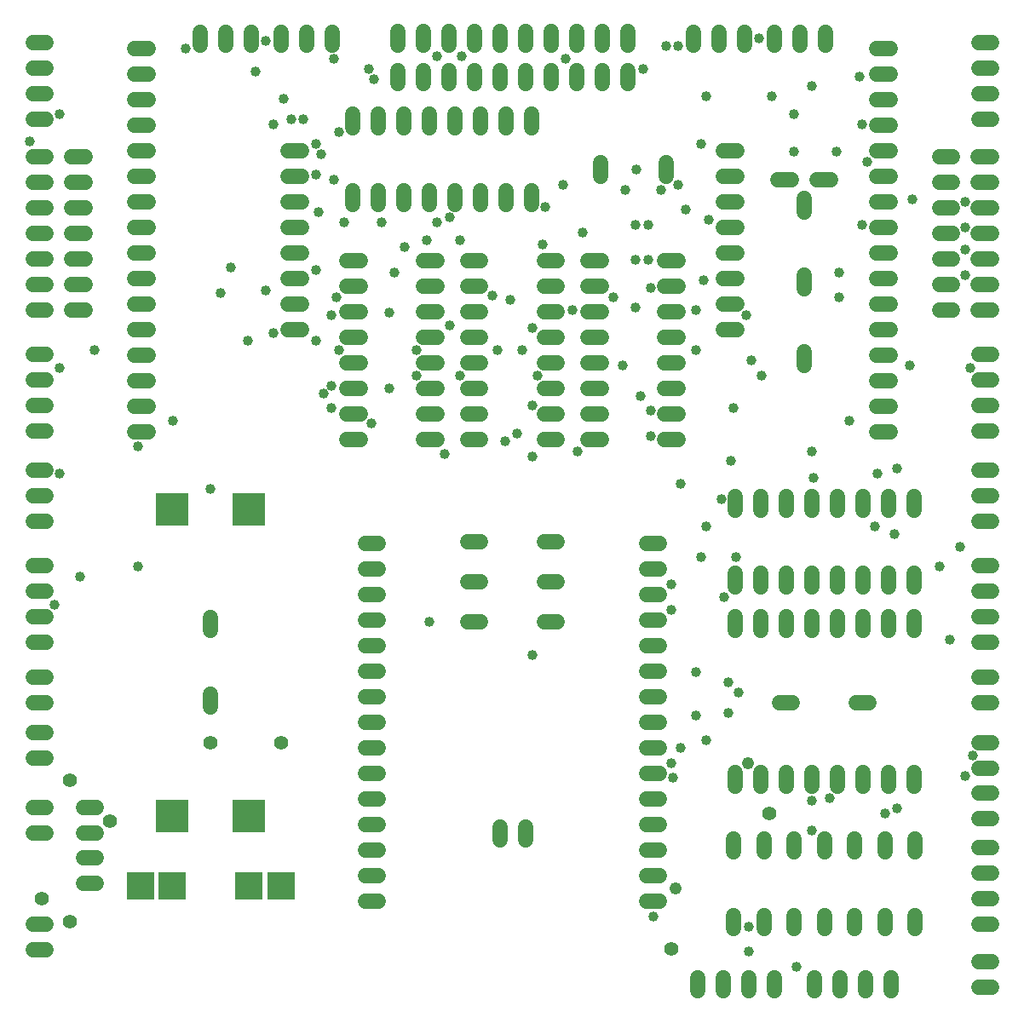
<source format=gbr>
G04 EAGLE Gerber RS-274X export*
G75*
%MOMM*%
%FSLAX34Y34*%
%LPD*%
%INSoldermask Bottom*%
%IPPOS*%
%AMOC8*
5,1,8,0,0,1.08239X$1,22.5*%
G01*
%ADD10C,1.524000*%
%ADD11R,2.703200X2.703200*%
%ADD12R,3.203200X3.203200*%
%ADD13C,1.009600*%
%ADD14C,1.409600*%
%ADD15C,1.209600*%


D10*
X386000Y938400D02*
X386000Y925192D01*
X386000Y963800D02*
X386000Y977008D01*
X411400Y938400D02*
X411400Y925192D01*
X411400Y963800D02*
X411400Y977008D01*
X436800Y938400D02*
X436800Y925192D01*
X436800Y963800D02*
X436800Y977008D01*
X462200Y938400D02*
X462200Y925192D01*
X462200Y963800D02*
X462200Y977008D01*
X487600Y938400D02*
X487600Y925192D01*
X487600Y963800D02*
X487600Y977008D01*
X513000Y938400D02*
X513000Y925192D01*
X513000Y963800D02*
X513000Y977008D01*
X538400Y938400D02*
X538400Y925192D01*
X538400Y963800D02*
X538400Y977008D01*
X563800Y938400D02*
X563800Y925192D01*
X563800Y963800D02*
X563800Y977008D01*
X589200Y938400D02*
X589200Y925192D01*
X589200Y963800D02*
X589200Y977008D01*
X614600Y938400D02*
X614600Y925192D01*
X614600Y963800D02*
X614600Y977008D01*
X75208Y700000D02*
X62000Y700000D01*
X36600Y700000D02*
X23392Y700000D01*
X62000Y725400D02*
X75208Y725400D01*
X36600Y725400D02*
X23392Y725400D01*
X62000Y750800D02*
X75208Y750800D01*
X36600Y750800D02*
X23392Y750800D01*
X62000Y776200D02*
X75208Y776200D01*
X36600Y776200D02*
X23392Y776200D01*
X62000Y801600D02*
X75208Y801600D01*
X36600Y801600D02*
X23392Y801600D01*
X62000Y827000D02*
X75208Y827000D01*
X36600Y827000D02*
X23392Y827000D01*
X62000Y852400D02*
X75208Y852400D01*
X36600Y852400D02*
X23392Y852400D01*
X963000Y700000D02*
X976208Y700000D01*
X937600Y700000D02*
X924392Y700000D01*
X963000Y725400D02*
X976208Y725400D01*
X937600Y725400D02*
X924392Y725400D01*
X963000Y750800D02*
X976208Y750800D01*
X937600Y750800D02*
X924392Y750800D01*
X963000Y776200D02*
X976208Y776200D01*
X937600Y776200D02*
X924392Y776200D01*
X963000Y801600D02*
X976208Y801600D01*
X937600Y801600D02*
X924392Y801600D01*
X963000Y827000D02*
X976208Y827000D01*
X937600Y827000D02*
X924392Y827000D01*
X963000Y852400D02*
X976208Y852400D01*
X937600Y852400D02*
X924392Y852400D01*
X290104Y858900D02*
X276896Y858900D01*
X276896Y833500D02*
X290104Y833500D01*
X290104Y808100D02*
X276896Y808100D01*
X276896Y782700D02*
X290104Y782700D01*
X290104Y757300D02*
X276896Y757300D01*
X276896Y731900D02*
X290104Y731900D01*
X290104Y706500D02*
X276896Y706500D01*
X276896Y681100D02*
X290104Y681100D01*
X137704Y579500D02*
X124496Y579500D01*
X124496Y604900D02*
X137704Y604900D01*
X137704Y630300D02*
X124496Y630300D01*
X124496Y655700D02*
X137704Y655700D01*
X137704Y681100D02*
X124496Y681100D01*
X124496Y706500D02*
X137704Y706500D01*
X137704Y731900D02*
X124496Y731900D01*
X124496Y757300D02*
X137704Y757300D01*
X137704Y782700D02*
X124496Y782700D01*
X124496Y808100D02*
X137704Y808100D01*
X137704Y833500D02*
X124496Y833500D01*
X124496Y858900D02*
X137704Y858900D01*
X137704Y884300D02*
X124496Y884300D01*
X124496Y909700D02*
X137704Y909700D01*
X137704Y935100D02*
X124496Y935100D01*
X124496Y960500D02*
X137704Y960500D01*
X709896Y681100D02*
X723104Y681100D01*
X723104Y706500D02*
X709896Y706500D01*
X709896Y731900D02*
X723104Y731900D01*
X723104Y757300D02*
X709896Y757300D01*
X709896Y782700D02*
X723104Y782700D01*
X723104Y808100D02*
X709896Y808100D01*
X709896Y833500D02*
X723104Y833500D01*
X723104Y858900D02*
X709896Y858900D01*
X862296Y960500D02*
X875504Y960500D01*
X875504Y935100D02*
X862296Y935100D01*
X862296Y909700D02*
X875504Y909700D01*
X875504Y884300D02*
X862296Y884300D01*
X862296Y858900D02*
X875504Y858900D01*
X875504Y833500D02*
X862296Y833500D01*
X862296Y808100D02*
X875504Y808100D01*
X875504Y782700D02*
X862296Y782700D01*
X862296Y757300D02*
X875504Y757300D01*
X875504Y731900D02*
X862296Y731900D01*
X862296Y706500D02*
X875504Y706500D01*
X875504Y681100D02*
X862296Y681100D01*
X862296Y655700D02*
X875504Y655700D01*
X875504Y630300D02*
X862296Y630300D01*
X862296Y604900D02*
X875504Y604900D01*
X875504Y579500D02*
X862296Y579500D01*
X366904Y467800D02*
X353696Y467800D01*
X353696Y442400D02*
X366904Y442400D01*
X366904Y417000D02*
X353696Y417000D01*
X353696Y391600D02*
X366904Y391600D01*
X366904Y366200D02*
X353696Y366200D01*
X353696Y340800D02*
X366904Y340800D01*
X366904Y315400D02*
X353696Y315400D01*
X353696Y290000D02*
X366904Y290000D01*
X366904Y264600D02*
X353696Y264600D01*
X353696Y239200D02*
X366904Y239200D01*
X366904Y213800D02*
X353696Y213800D01*
X353696Y188400D02*
X366904Y188400D01*
X366904Y163000D02*
X353696Y163000D01*
X353696Y137600D02*
X366904Y137600D01*
X366904Y112200D02*
X353696Y112200D01*
X633096Y112200D02*
X646304Y112200D01*
X646304Y137600D02*
X633096Y137600D01*
X633096Y163000D02*
X646304Y163000D01*
X646304Y188400D02*
X633096Y188400D01*
X633096Y213800D02*
X646304Y213800D01*
X646304Y239200D02*
X633096Y239200D01*
X633096Y264600D02*
X646304Y264600D01*
X646304Y290000D02*
X633096Y290000D01*
X633096Y315400D02*
X646304Y315400D01*
X646304Y340800D02*
X633096Y340800D01*
X633096Y366200D02*
X646304Y366200D01*
X646304Y391600D02*
X633096Y391600D01*
X633096Y417000D02*
X646304Y417000D01*
X646304Y442400D02*
X633096Y442400D01*
X633096Y467800D02*
X646304Y467800D01*
X348504Y748900D02*
X335296Y748900D01*
X335296Y723500D02*
X348504Y723500D01*
X348504Y596500D02*
X335296Y596500D01*
X335296Y571100D02*
X348504Y571100D01*
X348504Y698100D02*
X335296Y698100D01*
X335296Y672700D02*
X348504Y672700D01*
X348504Y621900D02*
X335296Y621900D01*
X335296Y647300D02*
X348504Y647300D01*
X411496Y571100D02*
X424704Y571100D01*
X424704Y596500D02*
X411496Y596500D01*
X411496Y621900D02*
X424704Y621900D01*
X424704Y647300D02*
X411496Y647300D01*
X411496Y672700D02*
X424704Y672700D01*
X424704Y698100D02*
X411496Y698100D01*
X411496Y723500D02*
X424704Y723500D01*
X424704Y748900D02*
X411496Y748900D01*
X455296Y748900D02*
X468504Y748900D01*
X468504Y723500D02*
X455296Y723500D01*
X455296Y596500D02*
X468504Y596500D01*
X468504Y571100D02*
X455296Y571100D01*
X455296Y698100D02*
X468504Y698100D01*
X468504Y672700D02*
X455296Y672700D01*
X455296Y621900D02*
X468504Y621900D01*
X468504Y647300D02*
X455296Y647300D01*
X531496Y571100D02*
X544704Y571100D01*
X544704Y596500D02*
X531496Y596500D01*
X531496Y621900D02*
X544704Y621900D01*
X544704Y647300D02*
X531496Y647300D01*
X531496Y672700D02*
X544704Y672700D01*
X544704Y698100D02*
X531496Y698100D01*
X531496Y723500D02*
X544704Y723500D01*
X544704Y748900D02*
X531496Y748900D01*
X518900Y881496D02*
X518900Y894704D01*
X493500Y894704D02*
X493500Y881496D01*
X366500Y881496D02*
X366500Y894704D01*
X341100Y894704D02*
X341100Y881496D01*
X468100Y881496D02*
X468100Y894704D01*
X442700Y894704D02*
X442700Y881496D01*
X391900Y881496D02*
X391900Y894704D01*
X417300Y894704D02*
X417300Y881496D01*
X341100Y818504D02*
X341100Y805296D01*
X366500Y805296D02*
X366500Y818504D01*
X391900Y818504D02*
X391900Y805296D01*
X417300Y805296D02*
X417300Y818504D01*
X442700Y818504D02*
X442700Y805296D01*
X468100Y805296D02*
X468100Y818504D01*
X493500Y818504D02*
X493500Y805296D01*
X518900Y805296D02*
X518900Y818504D01*
X575296Y748900D02*
X588504Y748900D01*
X588504Y723500D02*
X575296Y723500D01*
X575296Y596500D02*
X588504Y596500D01*
X588504Y571100D02*
X575296Y571100D01*
X575296Y698100D02*
X588504Y698100D01*
X588504Y672700D02*
X575296Y672700D01*
X575296Y621900D02*
X588504Y621900D01*
X588504Y647300D02*
X575296Y647300D01*
X651496Y571100D02*
X664704Y571100D01*
X664704Y596500D02*
X651496Y596500D01*
X651496Y621900D02*
X664704Y621900D01*
X664704Y647300D02*
X651496Y647300D01*
X651496Y672700D02*
X664704Y672700D01*
X664704Y698100D02*
X651496Y698100D01*
X651496Y723500D02*
X664704Y723500D01*
X664704Y748900D02*
X651496Y748900D01*
X721100Y438504D02*
X721100Y425296D01*
X746500Y425296D02*
X746500Y438504D01*
X873500Y438504D02*
X873500Y425296D01*
X898900Y425296D02*
X898900Y438504D01*
X771900Y438504D02*
X771900Y425296D01*
X797300Y425296D02*
X797300Y438504D01*
X848100Y438504D02*
X848100Y425296D01*
X822700Y425296D02*
X822700Y438504D01*
X898900Y501496D02*
X898900Y514704D01*
X873500Y514704D02*
X873500Y501496D01*
X848100Y501496D02*
X848100Y514704D01*
X822700Y514704D02*
X822700Y501496D01*
X797300Y501496D02*
X797300Y514704D01*
X771900Y514704D02*
X771900Y501496D01*
X746500Y501496D02*
X746500Y514704D01*
X721100Y514704D02*
X721100Y501496D01*
X487300Y186604D02*
X487300Y173396D01*
X512700Y173396D02*
X512700Y186604D01*
X36604Y280000D02*
X23396Y280000D01*
X23396Y254600D02*
X36604Y254600D01*
X73396Y180000D02*
X86604Y180000D01*
X86604Y205400D02*
X73396Y205400D01*
X73396Y130000D02*
X86604Y130000D01*
X86604Y155400D02*
X73396Y155400D01*
X963396Y270000D02*
X976604Y270000D01*
X976604Y244600D02*
X963396Y244600D01*
X963396Y220000D02*
X976604Y220000D01*
X976604Y194600D02*
X963396Y194600D01*
X36604Y310000D02*
X23396Y310000D01*
X23396Y335400D02*
X36604Y335400D01*
X963396Y310000D02*
X976604Y310000D01*
X976604Y335400D02*
X963396Y335400D01*
D11*
X161900Y127950D03*
X238100Y127950D03*
X130150Y127950D03*
X269850Y127950D03*
D10*
X36604Y180000D02*
X23396Y180000D01*
X23396Y205400D02*
X36604Y205400D01*
X36604Y90000D02*
X23396Y90000D01*
X23396Y64600D02*
X36604Y64600D01*
D12*
X238100Y197600D03*
X161900Y197600D03*
X161900Y502400D03*
X238100Y502400D03*
D10*
X36604Y580000D02*
X23396Y580000D01*
X23396Y605400D02*
X36604Y605400D01*
X36604Y630800D02*
X23396Y630800D01*
X23396Y656200D02*
X36604Y656200D01*
X963396Y580000D02*
X976604Y580000D01*
X976604Y605400D02*
X963396Y605400D01*
X963396Y630800D02*
X976604Y630800D01*
X976604Y656200D02*
X963396Y656200D01*
X36604Y890000D02*
X23396Y890000D01*
X23396Y915400D02*
X36604Y915400D01*
X36604Y940800D02*
X23396Y940800D01*
X23396Y966200D02*
X36604Y966200D01*
X800000Y36604D02*
X800000Y23396D01*
X825400Y23396D02*
X825400Y36604D01*
X850800Y36604D02*
X850800Y23396D01*
X876200Y23396D02*
X876200Y36604D01*
X963396Y890000D02*
X976604Y890000D01*
X976604Y915400D02*
X963396Y915400D01*
X963396Y940800D02*
X976604Y940800D01*
X976604Y966200D02*
X963396Y966200D01*
X963396Y90000D02*
X976604Y90000D01*
X976604Y115400D02*
X963396Y115400D01*
X963396Y140800D02*
X976604Y140800D01*
X976604Y166200D02*
X963396Y166200D01*
X760000Y36604D02*
X760000Y23396D01*
X734600Y23396D02*
X734600Y36604D01*
X709200Y36604D02*
X709200Y23396D01*
X683800Y23396D02*
X683800Y36604D01*
X721100Y227196D02*
X721100Y240404D01*
X721100Y382136D02*
X721100Y395344D01*
X746500Y240404D02*
X746500Y227196D01*
X771900Y227196D02*
X771900Y240404D01*
X797300Y240404D02*
X797300Y227196D01*
X822700Y227196D02*
X822700Y240404D01*
X848100Y240404D02*
X848100Y227196D01*
X873500Y227196D02*
X873500Y240404D01*
X898900Y240404D02*
X898900Y227196D01*
X746500Y382136D02*
X746500Y395344D01*
X771900Y395344D02*
X771900Y382136D01*
X797300Y382136D02*
X797300Y395344D01*
X822700Y395344D02*
X822700Y382136D01*
X848100Y382136D02*
X848100Y395344D01*
X873500Y395344D02*
X873500Y382136D01*
X898900Y382136D02*
X898900Y395344D01*
X190000Y963396D02*
X190000Y976604D01*
X215400Y976604D02*
X215400Y963396D01*
X240800Y963396D02*
X240800Y976604D01*
X270000Y976604D02*
X270000Y963396D01*
X295400Y963396D02*
X295400Y976604D01*
X320800Y976604D02*
X320800Y963396D01*
X680000Y963396D02*
X680000Y976604D01*
X705400Y976604D02*
X705400Y963396D01*
X730800Y963396D02*
X730800Y976604D01*
X760000Y976604D02*
X760000Y963396D01*
X785400Y963396D02*
X785400Y976604D01*
X810800Y976604D02*
X810800Y963396D01*
X963396Y27300D02*
X976604Y27300D01*
X976604Y52700D02*
X963396Y52700D01*
X587488Y833396D02*
X587488Y846604D01*
X652512Y846604D02*
X652512Y833396D01*
X810000Y98504D02*
X810000Y85296D01*
X810000Y161496D02*
X810000Y174704D01*
X840000Y98504D02*
X840000Y85296D01*
X840000Y161496D02*
X840000Y174704D01*
X870000Y98504D02*
X870000Y85296D01*
X870000Y161496D02*
X870000Y174704D01*
X468504Y470000D02*
X455296Y470000D01*
X531496Y470000D02*
X544704Y470000D01*
X900000Y98504D02*
X900000Y85296D01*
X900000Y161496D02*
X900000Y174704D01*
X544704Y430000D02*
X531496Y430000D01*
X468504Y430000D02*
X455296Y430000D01*
X200000Y394704D02*
X200000Y381496D01*
X200000Y318504D02*
X200000Y305296D01*
X780000Y174704D02*
X780000Y161496D01*
X780000Y98504D02*
X780000Y85296D01*
X750000Y161496D02*
X750000Y174704D01*
X750000Y98504D02*
X750000Y85296D01*
X720000Y85296D02*
X720000Y98504D01*
X720000Y161496D02*
X720000Y174704D01*
X36604Y370000D02*
X23396Y370000D01*
X23396Y395400D02*
X36604Y395400D01*
X36604Y420800D02*
X23396Y420800D01*
X23396Y446200D02*
X36604Y446200D01*
X455296Y390000D02*
X468504Y390000D01*
X531496Y390000D02*
X544704Y390000D01*
X963396Y370000D02*
X976604Y370000D01*
X976604Y395400D02*
X963396Y395400D01*
X963396Y420800D02*
X976604Y420800D01*
X976604Y446200D02*
X963396Y446200D01*
X854704Y310000D02*
X841496Y310000D01*
X778504Y310000D02*
X765296Y310000D01*
X764092Y830000D02*
X777300Y830000D01*
X790000Y810950D02*
X790000Y797742D01*
X802700Y830000D02*
X815908Y830000D01*
X790000Y658504D02*
X790000Y645296D01*
X790000Y721496D02*
X790000Y734704D01*
X36604Y490000D02*
X23396Y490000D01*
X23396Y515400D02*
X36604Y515400D01*
X36604Y540800D02*
X23396Y540800D01*
X963396Y490000D02*
X976604Y490000D01*
X976604Y515400D02*
X963396Y515400D01*
X963396Y540800D02*
X976604Y540800D01*
D13*
X945000Y465000D03*
X925000Y445000D03*
X437500Y685000D03*
X437500Y792500D03*
D14*
X200000Y270000D03*
X270000Y270000D03*
D13*
X50000Y537500D03*
X50000Y642500D03*
X682500Y340000D03*
X682500Y297500D03*
X565000Y560000D03*
X637500Y575000D03*
X707500Y512500D03*
D15*
X662500Y125000D03*
X734000Y250000D03*
D13*
X862500Y537500D03*
X370000Y787500D03*
X425000Y787500D03*
X305000Y865000D03*
X732500Y695000D03*
X360000Y587500D03*
X532500Y802500D03*
X305000Y835000D03*
X695000Y790000D03*
X332500Y787500D03*
X382500Y737500D03*
X672500Y800000D03*
X307500Y797500D03*
X480000Y715000D03*
X690000Y730000D03*
X600000Y712500D03*
X497500Y710000D03*
X530000Y765000D03*
X310000Y855000D03*
X550000Y825000D03*
X305000Y740000D03*
X447500Y635000D03*
X505000Y577500D03*
X720000Y602500D03*
X200000Y522500D03*
X162500Y590000D03*
X520000Y357500D03*
X520000Y605000D03*
X520000Y555000D03*
X637500Y600000D03*
X797500Y560000D03*
X392500Y762500D03*
X405000Y635000D03*
X405000Y660000D03*
X485000Y660000D03*
X415000Y770000D03*
X667500Y265000D03*
X667500Y527500D03*
X799000Y533000D03*
X525000Y635000D03*
X627500Y615000D03*
X377500Y622500D03*
X377500Y697500D03*
X630000Y940000D03*
X687500Y455000D03*
X127500Y445000D03*
X127500Y565000D03*
X935000Y372500D03*
X880000Y477500D03*
D14*
X755000Y200000D03*
D13*
X870000Y200000D03*
X717500Y550000D03*
X692500Y272500D03*
D14*
X657500Y65000D03*
X60000Y92500D03*
X60000Y232500D03*
D13*
X815000Y215000D03*
X957500Y257500D03*
X735000Y62500D03*
X735000Y87500D03*
X640000Y97500D03*
X657500Y427500D03*
X660000Y235000D03*
X725000Y320000D03*
X657500Y402500D03*
X657500Y250000D03*
X85000Y660000D03*
X327500Y877500D03*
X835000Y590000D03*
X882500Y542500D03*
X682500Y700000D03*
X955000Y642500D03*
X882500Y205000D03*
X950000Y237500D03*
X175000Y960000D03*
X255000Y967500D03*
X745000Y970000D03*
X845000Y932500D03*
X245000Y937500D03*
X322500Y950000D03*
X797500Y182500D03*
X722500Y455000D03*
X715000Y300000D03*
X715000Y330000D03*
X797500Y212500D03*
X710000Y415000D03*
X492500Y570000D03*
X782500Y47500D03*
X20000Y867500D03*
X50000Y895000D03*
X312500Y617500D03*
X320000Y602500D03*
X70000Y435000D03*
X692500Y485000D03*
X860000Y485000D03*
X272500Y910000D03*
X357500Y940000D03*
X262500Y885000D03*
X362500Y930000D03*
X280000Y890000D03*
X425000Y952500D03*
X292500Y890000D03*
X450000Y952500D03*
X665000Y962500D03*
X797500Y922500D03*
X652500Y962500D03*
X847500Y885000D03*
X552500Y950000D03*
X692500Y912500D03*
X757500Y912500D03*
X780000Y895000D03*
X687500Y865000D03*
X852500Y847500D03*
X432500Y557500D03*
X520000Y682500D03*
X510000Y660000D03*
X447500Y770000D03*
X322500Y830000D03*
X637500Y722500D03*
X622500Y750000D03*
X622500Y785000D03*
X647500Y820000D03*
X847500Y785000D03*
X635000Y750000D03*
X635000Y785000D03*
X665000Y825000D03*
X950000Y807500D03*
X560000Y700000D03*
X570000Y777500D03*
X612500Y820000D03*
X822500Y857500D03*
X897500Y810000D03*
X950000Y782500D03*
X622500Y702500D03*
X737500Y650000D03*
X825000Y737500D03*
X950000Y760000D03*
X610000Y645000D03*
X747500Y635000D03*
X825000Y712500D03*
X950000Y735000D03*
X682500Y660000D03*
X895000Y645000D03*
X255000Y720000D03*
X325000Y712500D03*
X220000Y742500D03*
X320000Y695000D03*
X210000Y717500D03*
X327500Y660000D03*
X262500Y677500D03*
X305000Y670000D03*
X237500Y670000D03*
X320000Y625000D03*
D14*
X100000Y192500D03*
X32500Y115000D03*
D13*
X417500Y390000D03*
X45000Y407500D03*
X623000Y840000D03*
X780000Y857500D03*
M02*

</source>
